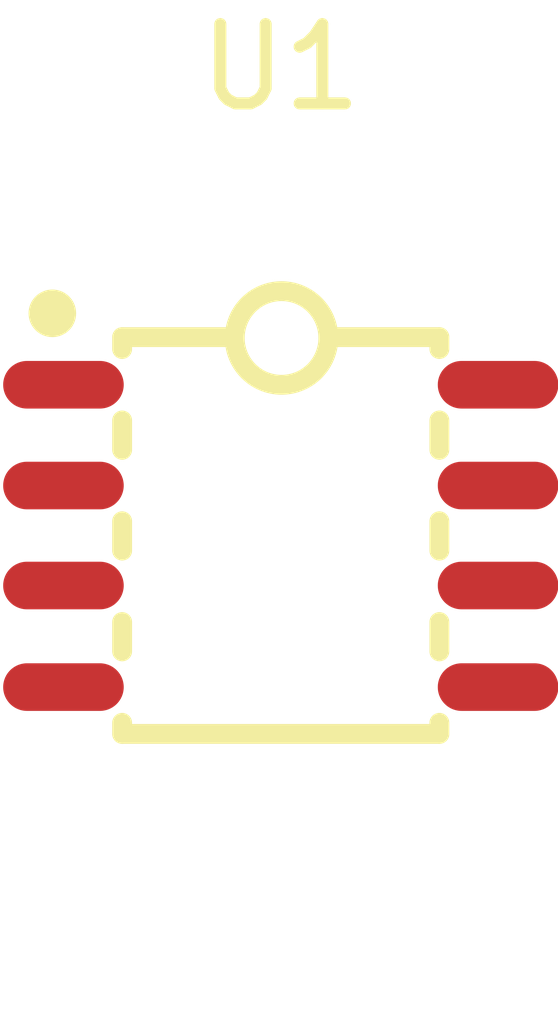
<source format=kicad_pcb>
(kicad_pcb (version 20241229) (generator "atopile") (generator_version "0.7.0")
  (layers (0 "F.Cu" signal) (31 "B.Cu" signal) (34 "B.Paste" user) (35 "F.Paste" user) (36 "B.SilkS" user "B.Silkscreen") (37 "F.SilkS" user "F.Silkscreen") (38 "B.Mask" user) (39 "F.Mask" user) (44 "Edge.Cuts" user))
  (net 0 "")
  (net 11 "vcc2")
  (net 12 "scl1")
  (net 13 "scl2")
  (net 15 "sda1")
  (net 16 "gnd")
  (net 27 "gnd-1")
  (net 28 "vcc1")
  (net 30 "sda2")
  (footprint "atopile:SOIC-8_L4.9-W3.9-P1.27-LS6.0-TL-e13595" (layer "F.Cu") (at 0 0 0)
    (property "Reference" "U1" (at 0 -5.9 0) (layer "F.SilkS") (hide no))
    (property "Value" "")
    (fp_line (start -2 -2.5) (end -2 -2.35) (stroke (width 0.25)) (layer "F.SilkS"))
    (fp_line (start -2 -1.45) (end -2 -1.08) (stroke (width 0.25)) (layer "F.SilkS"))
    (fp_line (start 2 -2.5) (end 2 -2.35) (stroke (width 0.25)) (layer "F.SilkS"))
    (fp_line (start 2 -1.45) (end 2 -1.08) (stroke (width 0.25)) (layer "F.SilkS"))
    (fp_line (start 2 -0.18) (end 2 0.19) (stroke (width 0.25)) (layer "F.SilkS"))
    (fp_line (start 2 1.09) (end 2 1.46) (stroke (width 0.25)) (layer "F.SilkS"))
    (fp_line (start -0.58 -2.5) (end -2 -2.5) (stroke (width 0.25)) (layer "F.SilkS"))
    (fp_line (start -2 -0.18) (end -2 0.19) (stroke (width 0.25)) (layer "F.SilkS"))
    (fp_line (start -2 1.09) (end -2 1.46) (stroke (width 0.25)) (layer "F.SilkS"))
    (fp_line (start -2 2.36) (end -2 2.5) (stroke (width 0.25)) (layer "F.SilkS"))
    (fp_line (start 2 -2.5) (end 0.6 -2.5) (stroke (width 0.25)) (layer "F.SilkS"))
    (fp_line (start 2 2.5) (end -2 2.5) (stroke (width 0.25)) (layer "F.SilkS"))
    (fp_line (start 2 2.36) (end 2 2.5) (stroke (width 0.25)) (layer "F.SilkS"))
    (fp_arc (start -0.58 -2.49) (mid 0.5999775346078611 -2.4848513440559596) (end -0.5799101401422708 -2.5002969197979974) (stroke (width 0.25)) (layer "F.SilkS"))
    (fp_circle (center -2.88 -2.8) (end -2.73 -2.8) (stroke (width 0.3)) (fill no) (layer "F.SilkS"))
    (fp_text user "${REFERENCE}" (at 0 -5.9 0) (layer "F.SilkS"))
    (pad "5" smd oval (at 2.74 1.91 90) (size 0.6 1.52) (layers "F.Cu" "F.Paste" "F.Mask") (net 27 "gnd-1"))
    (pad "6" smd oval (at 2.74 0.63 90) (size 0.6 1.52) (layers "F.Cu" "F.Paste" "F.Mask") (net 13 "scl2"))
    (pad "7" smd oval (at 2.74 -0.63 90) (size 0.6 1.52) (layers "F.Cu" "F.Paste" "F.Mask") (net 30 "sda2"))
    (pad "8" smd oval (at 2.74 -1.9 90) (size 0.6 1.52) (layers "F.Cu" "F.Paste" "F.Mask") (net 11 "vcc2"))
    (pad "4" smd oval (at -2.74 1.91 90) (size 0.6 1.52) (layers "F.Cu" "F.Paste" "F.Mask") (net 16 "gnd"))
    (pad "3" smd oval (at -2.74 0.63 90) (size 0.6 1.52) (layers "F.Cu" "F.Paste" "F.Mask") (net 12 "scl1"))
    (pad "2" smd oval (at -2.74 -0.63 90) (size 0.6 1.52) (layers "F.Cu" "F.Paste" "F.Mask") (net 15 "sda1"))
    (pad "1" smd oval (at -2.74 -1.9 90) (size 0.6 1.52) (layers "F.Cu" "F.Paste" "F.Mask") (net 28 "vcc1"))
  )
)
</source>
